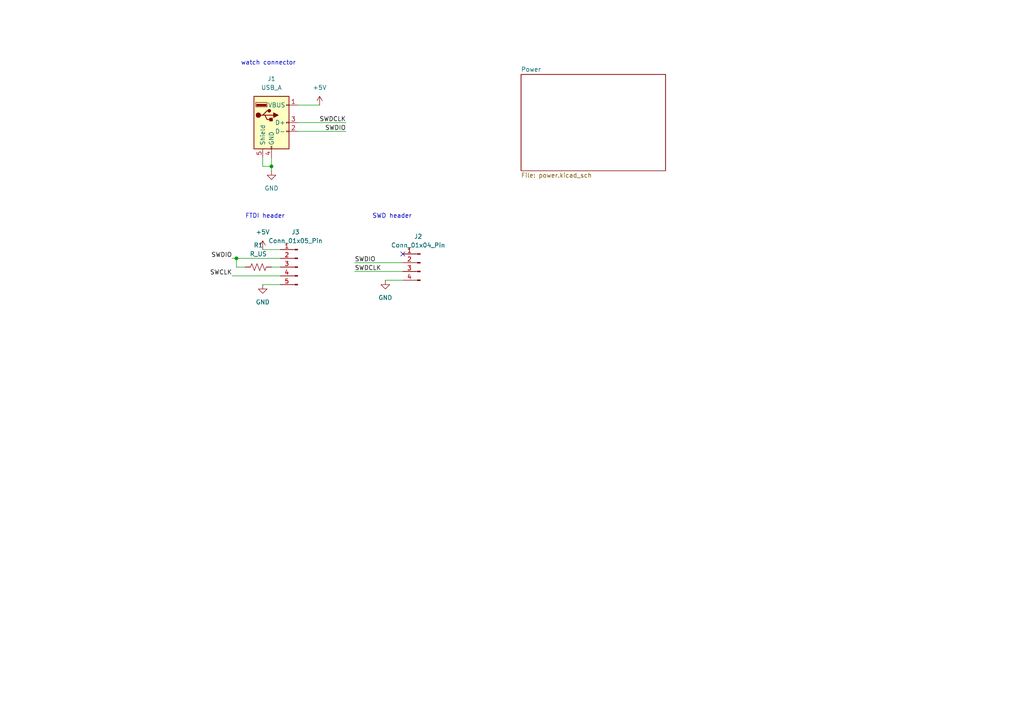
<source format=kicad_sch>
(kicad_sch (version 20230121) (generator eeschema)
  (paper "A4")
  (title_block (title "SMA Q3 USB breakout") (date "2023-08-03") (rev "0") (company "Starlight"))
  (lib_symbols
    (symbol "Connector:Conn_01x04_Pin" (pin_names (offset 1.016) hide)
      (property "Reference" "J" (at 0 5.08 0))
      (property "Value" "Conn_01x04_Pin" (at 0 -7.62 0))
      (symbol "Conn_01x04_Pin_1_1"
        (polyline (pts (xy 1.27 -5.08) (xy 0.8636 -5.08)) (stroke (width 0.1524)))
        (polyline (pts (xy 1.27 -2.54) (xy 0.8636 -2.54)) (stroke (width 0.1524)))
        (polyline (pts (xy 1.27 0) (xy 0.8636 0)) (stroke (width 0.1524)))
        (polyline (pts (xy 1.27 2.54) (xy 0.8636 2.54)) (stroke (width 0.1524)))
        (rectangle (start 0.8636 -4.953) (end 0 -5.207) (stroke (width 0.1524)) (fill (type outline)))
        (rectangle (start 0.8636 -2.413) (end 0 -2.667) (stroke (width 0.1524)) (fill (type outline)))
        (rectangle (start 0.8636 0.127) (end 0 -0.127) (stroke (width 0.1524)) (fill (type outline)))
        (rectangle (start 0.8636 2.667) (end 0 2.413) (stroke (width 0.1524)) (fill (type outline)))
        (pin passive line (at 5.08 2.54 180) (length 3.81) (name "Pin_1") (number "1"))
        (pin passive line (at 5.08 0 180) (length 3.81) (name "Pin_2") (number "2"))
        (pin passive line (at 5.08 -2.54 180) (length 3.81) (name "Pin_3") (number "3"))
        (pin passive line (at 5.08 -5.08 180) (length 3.81) (name "Pin_4") (number "4"))
      )
    )
    (symbol "Connector:Conn_01x05_Pin" (pin_names (offset 1.016) hide)
      (property "Reference" "J" (at 0 7.62 0))
      (property "Value" "Conn_01x05_Pin" (at 0 -7.62 0))
      (symbol "Conn_01x05_Pin_1_1"
        (polyline (pts (xy 1.27 -5.08) (xy 0.8636 -5.08)) (stroke (width 0.1524)))
        (polyline (pts (xy 1.27 -2.54) (xy 0.8636 -2.54)) (stroke (width 0.1524)))
        (polyline (pts (xy 1.27 0) (xy 0.8636 0)) (stroke (width 0.1524)))
        (polyline (pts (xy 1.27 2.54) (xy 0.8636 2.54)) (stroke (width 0.1524)))
        (polyline (pts (xy 1.27 5.08) (xy 0.8636 5.08)) (stroke (width 0.1524)))
        (rectangle (start 0.8636 -4.953) (end 0 -5.207) (stroke (width 0.1524)) (fill (type outline)))
        (rectangle (start 0.8636 -2.413) (end 0 -2.667) (stroke (width 0.1524)) (fill (type outline)))
        (rectangle (start 0.8636 0.127) (end 0 -0.127) (stroke (width 0.1524)) (fill (type outline)))
        (rectangle (start 0.8636 2.667) (end 0 2.413) (stroke (width 0.1524)) (fill (type outline)))
        (rectangle (start 0.8636 5.207) (end 0 4.953) (stroke (width 0.1524)) (fill (type outline)))
        (pin passive line (at 5.08 5.08 180) (length 3.81) (name "Pin_1") (number "1"))
        (pin passive line (at 5.08 2.54 180) (length 3.81) (name "Pin_2") (number "2"))
        (pin passive line (at 5.08 0 180) (length 3.81) (name "Pin_3") (number "3"))
        (pin passive line (at 5.08 -2.54 180) (length 3.81) (name "Pin_4") (number "4"))
        (pin passive line (at 5.08 -5.08 180) (length 3.81) (name "Pin_5") (number "5"))
      )
    )
    (symbol "Connector:USB_A" (pin_names (offset 1.016))
      (property "Reference" "J" (at -5.08 11.43 0))
      (property "Value" "USB_A" (at -5.08 8.89 0))
      (symbol "USB_A_0_1"
        (rectangle (start -5.08 -7.62) (end 5.08 7.62) (stroke (width 0.254)) (fill (type background)))
        (circle (center -3.81 2.159) (radius 0.635) (stroke (width 0.254)) (fill (type outline)))
        (rectangle (start -1.524 4.826) (end -4.318 5.334) (fill (type outline)))
        (rectangle (start -1.27 4.572) (end -4.572 5.842))
        (circle (center -0.635 3.429) (radius 0.381) (stroke (width 0.254)) (fill (type outline)))
        (rectangle (start -0.127 -7.62) (end 0.127 -6.858))
        (polyline (pts (xy -3.175 2.159) (xy -2.54 2.159) (xy -1.27 3.429) (xy -0.635 3.429)) (stroke (width 0.254)))
        (polyline (pts (xy -2.54 2.159) (xy -1.905 2.159) (xy -1.27 0.889) (xy 0 0.889)) (stroke (width 0.254)))
        (polyline (pts (xy 0.635 2.794) (xy 0.635 1.524) (xy 1.905 2.159) (xy 0.635 2.794)) (stroke (width 0.254)) (fill (type outline)))
        (rectangle (start 0.254 1.27) (end -0.508 0.508) (stroke (width 0.254)) (fill (type outline)))
        (rectangle (start 5.08 -2.667) (end 4.318 -2.413))
        (rectangle (start 5.08 -0.127) (end 4.318 0.127))
        (rectangle (start 5.08 4.953) (end 4.318 5.207))
      )
      (symbol "USB_A_1_1"
        (polyline (pts (xy -1.905 2.159) (xy 0.635 2.159)) (stroke (width 0.254)))
        (pin power_in line (at 7.62 5.08 180) (length 2.54) (name "VBUS") (number "1"))
        (pin bidirectional line (at 7.62 -2.54 180) (length 2.54) (name "D-") (number "2"))
        (pin bidirectional line (at 7.62 0 180) (length 2.54) (name "D+") (number "3"))
        (pin power_in line (at 0 -10.16 90) (length 2.54) (name "GND") (number "4"))
        (pin passive line (at -2.54 -10.16 90) (length 2.54) (name "Shield") (number "5"))
      )
    )
    (symbol "Device:R_US" (pin_numbers hide) (pin_names (offset 0))
      (property "Reference" "R" (at 2.54 0 90))
      (property "Value" "R_US" (at -2.54 0 90))
      (symbol "R_US_0_1"
        (polyline (pts (xy 0 -2.286) (xy 0 -2.54)))
        (polyline (pts (xy 0 2.286) (xy 0 2.54)))
        (polyline (pts (xy 0 -0.762) (xy 1.016 -1.143) (xy 0 -1.524) (xy -1.016 -1.905) (xy 0 -2.286)))
        (polyline (pts (xy 0 0.762) (xy 1.016 0.381) (xy 0 0) (xy -1.016 -0.381) (xy 0 -0.762)))
        (polyline (pts (xy 0 2.286) (xy 1.016 1.905) (xy 0 1.524) (xy -1.016 1.143) (xy 0 0.762)))
      )
      (symbol "R_US_1_1"
        (pin passive line (at 0 3.81 270) (length 1.27) (name "~") (number "1"))
        (pin passive line (at 0 -3.81 90) (length 1.27) (name "~") (number "2"))
      )
    )
    (symbol "power:+5V" (power) (pin_names (offset 0))
      (property "Value" "+5V" (at 0 3.556 0))
      (symbol "+5V_0_1"
        (polyline (pts (xy -0.762 1.27) (xy 0 2.54)))
        (polyline (pts (xy 0 0) (xy 0 2.54)))
        (polyline (pts (xy 0 2.54) (xy 0.762 1.27)))
      )
      (symbol "+5V_1_1"
        (pin power_in line (at 0 0 90) (length 0) hide (name "+5V") (number "1"))
      )
    )
    (symbol "power:GND" (power) (pin_names (offset 0))
      (property "Value" "GND" (at 0 -3.81 0))
      (symbol "GND_0_1"
        (polyline (pts (xy 0 0) (xy 0 -1.27) (xy 1.27 -1.27) (xy 0 -2.54) (xy -1.27 -1.27) (xy 0 -1.27)))
      )
      (symbol "GND_1_1"
        (pin power_in line (at 0 0 270) (length 0) hide (name "GND") (number "1"))
      )
    )
  )
  (junction (at 78.74 48.26))
  (junction (at 68.58 74.93))
  (no_connect (at 116.84 73.66))
  (wire (pts (xy 76.2 82.55) (xy 81.28 82.55)))
  (wire (pts (xy 67.31 74.93) (xy 68.58 74.93)))
  (wire (pts (xy 86.36 38.1) (xy 100.33 38.1)))
  (wire (pts (xy 76.2 45.72) (xy 76.2 48.26)))
  (wire (pts (xy 102.87 78.74) (xy 116.84 78.74)))
  (wire (pts (xy 111.76 81.28) (xy 116.84 81.28)))
  (wire (pts (xy 68.58 74.93) (xy 81.28 74.93)))
  (wire (pts (xy 102.87 76.2) (xy 116.84 76.2)))
  (wire (pts (xy 86.36 35.56) (xy 100.33 35.56)))
  (wire (pts (xy 86.36 30.48) (xy 92.71 30.48)))
  (wire (pts (xy 71.12 77.47) (xy 68.58 77.47)))
  (wire (pts (xy 76.2 48.26) (xy 78.74 48.26)))
  (wire (pts (xy 78.74 77.47) (xy 81.28 77.47)))
  (wire (pts (xy 78.74 48.26) (xy 78.74 49.53)))
  (wire (pts (xy 67.31 80.01) (xy 81.28 80.01)))
  (wire (pts (xy 78.74 45.72) (xy 78.74 48.26)))
  (wire (pts (xy 76.2 72.39) (xy 81.28 72.39)))
  (wire (pts (xy 68.58 74.93) (xy 68.58 77.47)))
  (text "SWD header" (at 107.95 63.5 0) (effects (font (size 1.27 1.27)) (justify left bottom)))
  (text "FTDI header" (at 71.12 63.5 0) (effects (font (size 1.27 1.27)) (justify left bottom)))
  (text "watch connector" (at 69.85 19.05 0) (effects (font (size 1.27 1.27)) (justify left bottom)))
  (label "SWCLK" (at 67.31 80.01 180))
  (label "SWDCLK" (at 100.33 35.56 180))
  (label "SWDIO" (at 100.33 38.1 180))
  (label "SWDIO" (at 67.31 74.93 180))
  (label "SWDIO" (at 102.87 76.2 0))
  (label "SWDCLK" (at 102.87 78.74 0))
  (symbol (lib_id "power:+5V") (at 92.71 30.48 0) (unit 1)
    (property "Reference" "#PWR03" (effects hide))
    (property "Value" "+5V" (at 92.71 25.4 0))
  )
  (symbol (lib_id "power:+5V") (at 76.2 72.39 0) (mirror y) (unit 1)
    (property "Reference" "#PWR07" (effects hide))
    (property "Value" "+5V" (at 76.2 67.31 0))
  )
  (symbol (lib_id "Connector:USB_A") (at 78.74 35.56 0) (unit 1)
    (property "Reference" "J1" (at 78.74 22.86 0))
    (property "Value" "USB_A" (at 78.74 25.4 0))
    (property "Footprint" "Connector_USB:USB_A_Molex_67643_Horizontal" (effects hide))
    (property "Datasheet" " ~" (effects hide))
  )
  (symbol (lib_id "power:GND") (at 78.74 49.53 0) (unit 1)
    (property "Reference" "#PWR02" (effects hide))
    (property "Value" "GND" (at 78.74 54.61 0))
  )
  (symbol (lib_id "Connector:Conn_01x05_Pin") (at 86.36 77.47 0) (mirror y) (unit 1)
    (property "Reference" "J3" (at 85.725 67.31 0))
    (property "Value" "Conn_01x05_Pin" (at 85.725 69.85 0))
    (property "Footprint" "Connector_PinHeader_2.54mm:PinHeader_1x05_P2.54mm_Horizontal" (effects hide))
  )
  (symbol (lib_id "Device:R_US") (at 74.93 77.47 90) (unit 1)
    (property "Reference" "R1" (at 74.93 71.12 90))
    (property "Value" "R_US" (at 74.93 73.66 90))
    (property "Footprint" "Resistor_SMD:R_2010_5025Metric_Pad1.40x2.65mm_HandSolder" (effects hide))
  )
  (symbol (lib_id "power:GND") (at 111.76 81.28 0) (unit 1)
    (property "Reference" "#PWR06" (effects hide))
    (property "Value" "GND" (at 111.76 86.36 0))
  )
  (symbol (lib_id "Connector:Conn_01x04_Pin") (at 121.92 76.2 0) (mirror y) (unit 1)
    (property "Reference" "J2" (at 121.285 68.58 0))
    (property "Value" "Conn_01x04_Pin" (at 121.285 71.12 0))
    (property "Footprint" "Connector_PinHeader_2.54mm:PinHeader_1x04_P2.54mm_Horizontal" (effects hide))
  )
  (symbol (lib_id "power:GND") (at 76.2 82.55 0) (unit 1)
    (property "Reference" "#PWR08" (effects hide))
    (property "Value" "GND" (at 76.2 87.63 0))
  )
  (sheet (at 151.13 21.59) (size 41.91 27.94) (stroke (width 0.1524))
    (property "Sheetname" "Power" (at 151.13 20.8784 0) (effects (justify left bottom)))
    (property "Sheetfile" "power.kicad_sch" (at 151.13 50.1146 0) (effects (justify left top)))
  )
)
</source>
